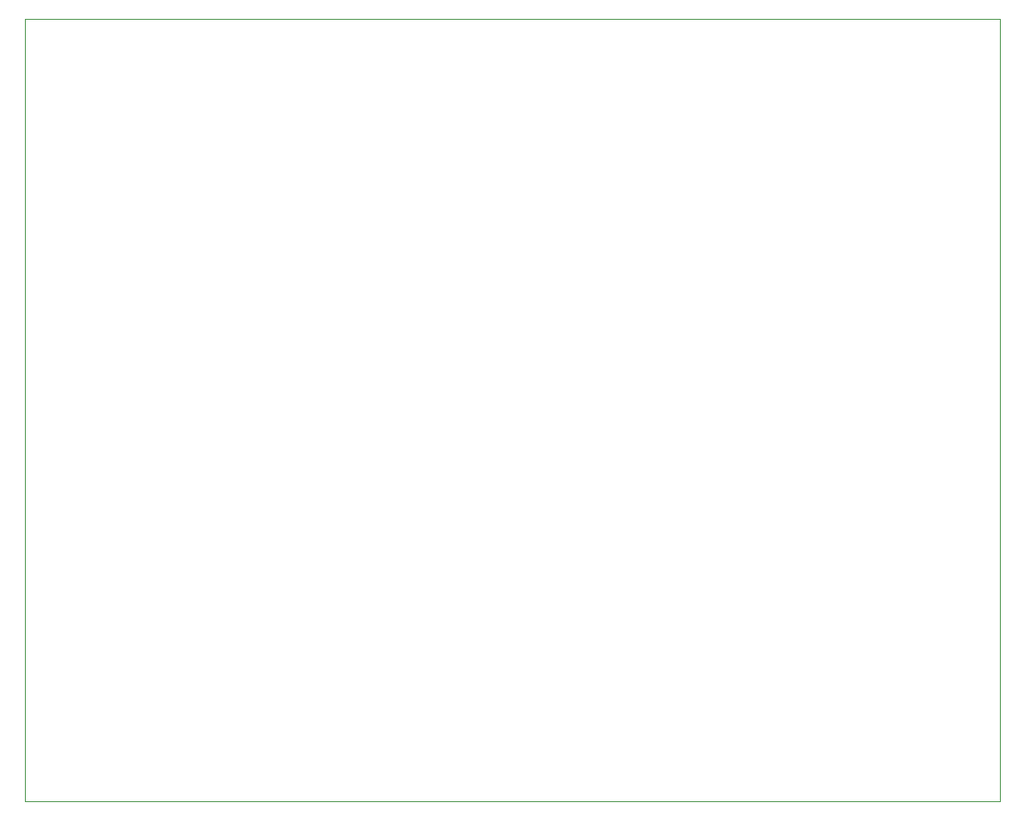
<source format=gbr>
G04 #@! TF.GenerationSoftware,KiCad,Pcbnew,5.1.4-e60b266~84~ubuntu18.04.1*
G04 #@! TF.CreationDate,2019-11-01T20:53:30-04:00*
G04 #@! TF.ProjectId,ib4,6962342e-6b69-4636-9164-5f7063625858,rev?*
G04 #@! TF.SameCoordinates,Original*
G04 #@! TF.FileFunction,Profile,NP*
%FSLAX46Y46*%
G04 Gerber Fmt 4.6, Leading zero omitted, Abs format (unit mm)*
G04 Created by KiCad (PCBNEW 5.1.4-e60b266~84~ubuntu18.04.1) date 2019-11-01 20:53:30*
%MOMM*%
%LPD*%
G04 APERTURE LIST*
%ADD10C,0.050000*%
G04 APERTURE END LIST*
D10*
X0Y76750000D02*
X96000000Y76750000D01*
X0Y76750000D02*
X0Y-250000D01*
X96000000Y-250000D02*
X0Y-250000D01*
X96000000Y76750000D02*
X96000000Y-250000D01*
M02*

</source>
